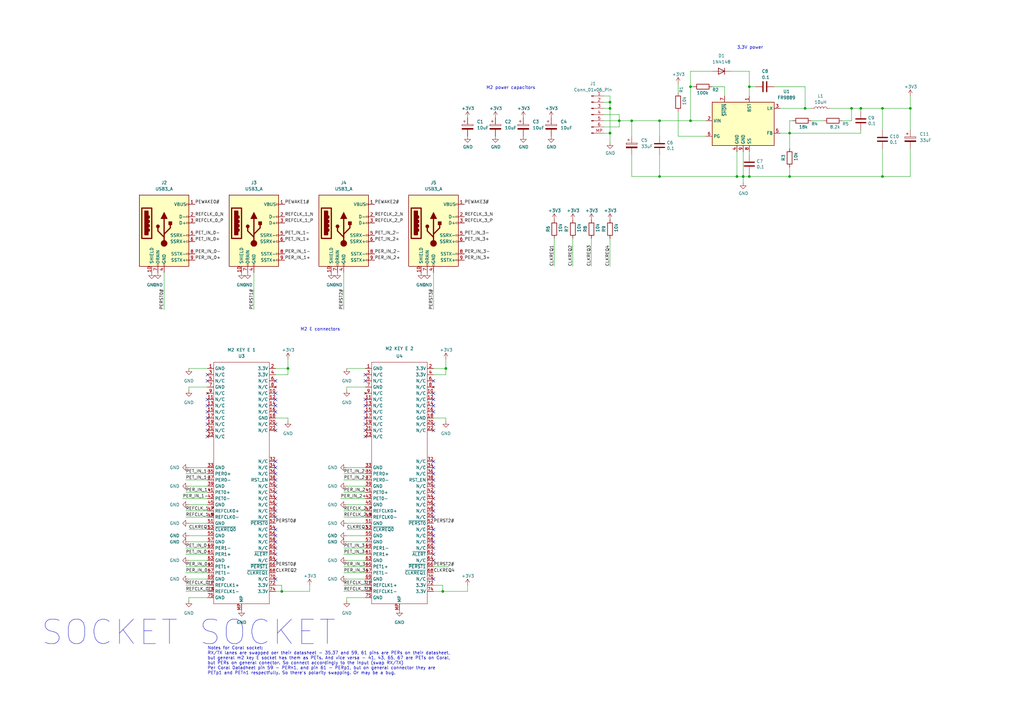
<source format=kicad_sch>
(kicad_sch (version 20230121) (generator eeschema)
  (paper "A3")
  (lib_symbols
    (symbol "Connector:Conn_01x06_Pin" (pin_names (offset 1.016) hide)
      (property "Reference" "J1" (at 0.635 10.16 0))
      (property "Value" "Conn_01x06_Pin" (at 0.635 7.62 0))
      (symbol "Conn_01x06_Pin_1_1"
        (polyline (pts (xy 1.27 -10.16) (xy 0.8636 -10.16)) (stroke (width 0.1524)))
        (polyline (pts (xy 1.27 -7.62) (xy 0.8636 -7.62)) (stroke (width 0.1524)))
        (polyline (pts (xy 1.27 -5.08) (xy 0.8636 -5.08)) (stroke (width 0.1524)))
        (polyline (pts (xy 1.27 -2.54) (xy 0.8636 -2.54)) (stroke (width 0.1524)))
        (polyline (pts (xy 1.27 0) (xy 0.8636 0)) (stroke (width 0.1524)))
        (polyline (pts (xy 1.27 2.54) (xy 0.8636 2.54)) (stroke (width 0.1524)))
        (polyline (pts (xy 1.27 5.08) (xy 0.8636 5.08)) (stroke (width 0.1524)))
        (rectangle (start 0.8636 -10.033) (end 0 -10.287) (stroke (width 0.1524)) (fill (type outline)))
        (rectangle (start 0.8636 -7.493) (end 0 -7.747) (stroke (width 0.1524)) (fill (type outline)))
        (rectangle (start 0.8636 -4.953) (end 0 -5.207) (stroke (width 0.1524)) (fill (type outline)))
        (rectangle (start 0.8636 -2.413) (end 0 -2.667) (stroke (width 0.1524)) (fill (type outline)))
        (rectangle (start 0.8636 0.127) (end 0 -0.127) (stroke (width 0.1524)) (fill (type outline)))
        (rectangle (start 0.8636 2.667) (end 0 2.413) (stroke (width 0.1524)) (fill (type outline)))
        (rectangle (start 0.8636 5.207) (end 0 4.953) (stroke (width 0.1524)) (fill (type outline)))
        (pin passive line (at 5.08 5.08 180) (length 3.81) (name "Pin_1") (number "1"))
        (pin passive line (at 5.08 2.54 180) (length 3.81) (name "Pin_2") (number "2"))
        (pin passive line (at 5.08 0 180) (length 3.81) (name "Pin_3") (number "3"))
        (pin passive line (at 5.08 -2.54 180) (length 3.81) (name "Pin_4") (number "4"))
        (pin passive line (at 5.08 -5.08 180) (length 3.81) (name "Pin_5") (number "5"))
        (pin passive line (at 5.08 -7.62 180) (length 3.81) (name "Pin_6") (number "6"))
        (pin power_in line (at 5.08 -10.16 180) (length 3.81) (name "GND") (number "MP"))
      )
    )
    (symbol "Connector:USB3_A" (pin_names (offset 1.016))
      (property "Reference" "J" (at -10.16 15.24 0))
      (property "Value" "USB3_A" (at 10.16 15.24 0))
      (symbol "USB3_A_0_0"
        (rectangle (start -9.144 8.636) (end -5.08 -3.81) (stroke (width 0.508)))
        (rectangle (start -7.874 7.366) (end -6.604 -2.286) (stroke (width 0.508)) (fill (type outline)))
        (rectangle (start -6.35 0) (end -6.096 -0.762) (stroke (width 0.508)))
        (rectangle (start -6.35 1.778) (end -6.096 1.016) (stroke (width 0.508)))
        (rectangle (start -6.35 3.556) (end -6.096 2.794) (stroke (width 0.508)))
        (rectangle (start -6.35 5.334) (end -6.096 4.572) (stroke (width 0.508)))
        (rectangle (start -2.794 -15.24) (end -2.286 -14.224))
        (rectangle (start -0.254 -15.24) (end 0.254 -14.224))
        (rectangle (start 10.16 -12.446) (end 9.144 -12.954))
        (rectangle (start 10.16 -9.906) (end 9.144 -10.414))
        (rectangle (start 10.16 -4.826) (end 9.144 -5.334))
        (rectangle (start 10.16 -2.286) (end 9.144 -2.794))
        (rectangle (start 10.16 2.794) (end 9.144 2.286))
        (rectangle (start 10.16 5.334) (end 9.144 4.826))
        (rectangle (start 10.16 10.414) (end 9.144 9.906))
      )
      (symbol "USB3_A_0_1"
        (rectangle (start -10.16 13.97) (end 10.16 -15.24) (stroke (width 0.254)) (fill (type background)))
      )
      (symbol "USB3_A_1_1"
        (circle (center -2.54 1.143) (radius 0.635) (stroke (width 0.254)) (fill (type outline)))
        (circle (center 0 -5.842) (radius 1.27) (fill (type outline)))
        (polyline (pts (xy 0 -5.842) (xy 0 4.318)) (stroke (width 0.508)))
        (polyline (pts (xy 0 -3.302) (xy -2.54 -0.762) (xy -2.54 0.508)) (stroke (width 0.508)))
        (polyline (pts (xy 0 -2.032) (xy 2.54 0.508) (xy 2.54 1.778)) (stroke (width 0.508)))
        (polyline (pts (xy -1.27 4.318) (xy 0 6.858) (xy 1.27 4.318) (xy -1.27 4.318)) (stroke (width 0.254)) (fill (type outline)))
        (rectangle (start 1.905 1.778) (end 3.175 3.048) (stroke (width 0.254)) (fill (type outline)))
        (pin power_in line (at 12.7 10.16 180) (length 2.54) (name "VBUS") (number "1"))
        (pin passive line (at -5.08 -17.78 90) (length 2.54) (name "SHIELD") (number "10"))
        (pin bidirectional line (at 12.7 5.08 180) (length 2.54) (name "D-") (number "2"))
        (pin bidirectional line (at 12.7 2.54 180) (length 2.54) (name "D+") (number "3"))
        (pin power_in line (at 0 -17.78 90) (length 2.54) (name "GND") (number "4"))
        (pin output line (at 12.7 -2.54 180) (length 2.54) (name "SSRX-") (number "5"))
        (pin output line (at 12.7 -5.08 180) (length 2.54) (name "SSRX+") (number "6"))
        (pin passive line (at -2.54 -17.78 90) (length 2.54) (name "DRAIN") (number "7"))
        (pin input line (at 12.7 -10.16 180) (length 2.54) (name "SSTX-") (number "8"))
        (pin input line (at 12.7 -12.7 180) (length 2.54) (name "SSTX+") (number "9"))
      )
    )
    (symbol "Device:C" (pin_numbers hide) (pin_names (offset 0.254))
      (property "Reference" "C" (at 0.635 2.54 0))
      (property "Value" "C" (at 0.635 -2.54 0))
      (symbol "C_0_1"
        (polyline (pts (xy -2.032 -0.762) (xy 2.032 -0.762)) (stroke (width 0.508)))
        (polyline (pts (xy -2.032 0.762) (xy 2.032 0.762)) (stroke (width 0.508)))
      )
      (symbol "C_1_1"
        (pin passive line (at 0 3.81 270) (length 2.794) (name "~") (number "1"))
        (pin passive line (at 0 -3.81 90) (length 2.794) (name "~") (number "2"))
      )
    )
    (symbol "Device:C_Polarized" (pin_numbers hide) (pin_names (offset 0.254))
      (property "Reference" "C" (at 0.635 2.54 0))
      (property "Value" "C_Polarized" (at 0.635 -2.54 0))
      (symbol "C_Polarized_0_1"
        (rectangle (start -2.286 0.508) (end 2.286 1.016))
        (polyline (pts (xy -1.778 2.286) (xy -0.762 2.286)))
        (polyline (pts (xy -1.27 2.794) (xy -1.27 1.778)))
        (rectangle (start 2.286 -0.508) (end -2.286 -1.016) (fill (type outline)))
      )
      (symbol "C_Polarized_1_1"
        (pin passive line (at 0 3.81 270) (length 2.794) (name "~") (number "1"))
        (pin passive line (at 0 -3.81 90) (length 2.794) (name "~") (number "2"))
      )
    )
    (symbol "Device:L" (pin_numbers hide) (pin_names (offset 1.016) hide)
      (property "Reference" "L" (at -1.27 0 90))
      (property "Value" "L" (at 1.905 0 90))
      (symbol "L_0_1"
        (arc (start 0 -2.54) (mid 0.6323 -1.905) (end 0 -1.27))
        (arc (start 0 -1.27) (mid 0.6323 -0.635) (end 0 0))
        (arc (start 0 0) (mid 0.6323 0.635) (end 0 1.27))
        (arc (start 0 1.27) (mid 0.6323 1.905) (end 0 2.54))
      )
      (symbol "L_1_1"
        (pin passive line (at 0 3.81 270) (length 1.27) (name "1") (number "1"))
        (pin passive line (at 0 -3.81 90) (length 1.27) (name "2") (number "2"))
      )
    )
    (symbol "Device:R" (pin_numbers hide) (pin_names (offset 0))
      (property "Reference" "R" (at 2.032 0 90))
      (property "Value" "R" (at 0 0 90))
      (symbol "R_0_1"
        (rectangle (start -1.016 -2.54) (end 1.016 2.54) (stroke (width 0.254)))
      )
      (symbol "R_1_1"
        (pin passive line (at 0 3.81 270) (length 1.27) (name "~") (number "1"))
        (pin passive line (at 0 -3.81 90) (length 1.27) (name "~") (number "2"))
      )
    )
    (symbol "Diode:1N4148" (pin_numbers hide) (pin_names hide)
      (property "Reference" "D" (at 0 2.54 0))
      (property "Value" "1N4148" (at 0 -2.54 0))
      (symbol "1N4148_0_1"
        (polyline (pts (xy -1.27 1.27) (xy -1.27 -1.27)) (stroke (width 0.254)))
        (polyline (pts (xy 1.27 0) (xy -1.27 0)))
        (polyline (pts (xy 1.27 1.27) (xy 1.27 -1.27) (xy -1.27 0) (xy 1.27 1.27)) (stroke (width 0.254)))
      )
      (symbol "1N4148_1_1"
        (pin passive line (at -3.81 0 0) (length 2.54) (name "K") (number "1"))
        (pin passive line (at 3.81 0 180) (length 2.54) (name "A") (number "2"))
      )
    )
    (symbol "ngff:NGFF_E_CUSTOM"
      (property "Reference" "U" (at -6.35 100.33 0))
      (symbol "NGFF_E_CUSTOM_0_1"
        (rectangle (start -11.43 99.06) (end 11.43 0))
      )
      (symbol "NGFF_E_CUSTOM_1_1"
        (pin input line (at -13.97 96.52 0) (length 2.54) (name "GND") (number "1"))
        (pin input line (at 13.97 86.36 180) (length 2.54) (name "N/C") (number "10"))
        (pin input line (at -13.97 83.82 0) (length 2.54) (name "N/C") (number "11"))
        (pin input line (at 13.97 83.82 180) (length 2.54) (name "N/C") (number "12"))
        (pin input line (at -13.97 81.28 0) (length 2.54) (name "N/C") (number "13"))
        (pin input line (at 13.97 81.28 180) (length 2.54) (name "N/C") (number "14"))
        (pin input line (at -13.97 78.74 0) (length 2.54) (name "N/C") (number "15"))
        (pin input line (at 13.97 78.74 180) (length 2.54) (name "N/C") (number "16"))
        (pin input line (at -13.97 76.2 0) (length 2.54) (name "N/C") (number "17"))
        (pin input line (at 13.97 76.2 180) (length 2.54) (name "GND") (number "18"))
        (pin input line (at -13.97 73.66 0) (length 2.54) (name "N/C") (number "19"))
        (pin input line (at 13.97 96.52 180) (length 2.54) (name "3.3V") (number "2"))
        (pin input line (at 13.97 73.66 180) (length 2.54) (name "N/C") (number "20"))
        (pin input line (at -13.97 71.12 0) (length 2.54) (name "N/C") (number "21"))
        (pin input line (at 13.97 71.12 180) (length 2.54) (name "N/C") (number "22"))
        (pin input line (at -13.97 68.58 0) (length 2.54) (name "N/C") (number "23"))
        (pin input line (at -13.97 93.98 0) (length 2.54) (name "N/C") (number "3"))
        (pin input line (at 13.97 58.42 180) (length 2.54) (name "N/C") (number "32"))
        (pin input line (at -13.97 55.88 0) (length 2.54) (name "GND") (number "33"))
        (pin input line (at 13.97 55.88 180) (length 2.54) (name "N/C") (number "34"))
        (pin input line (at -13.97 53.34 0) (length 2.54) (name "PER0+") (number "35"))
        (pin input line (at 13.97 53.34 180) (length 2.54) (name "N/C") (number "36"))
        (pin input line (at -13.97 50.8 0) (length 2.54) (name "PER0-") (number "37"))
        (pin input line (at 13.97 50.8 180) (length 2.54) (name "RST_EN") (number "38"))
        (pin input line (at -13.97 48.26 0) (length 2.54) (name "GND") (number "39"))
        (pin input line (at 13.97 93.98 180) (length 2.54) (name "3.3V") (number "4"))
        (pin input line (at 13.97 48.26 180) (length 2.54) (name "N/C") (number "40"))
        (pin input line (at -13.97 45.72 0) (length 2.54) (name "PET0+") (number "41"))
        (pin input line (at 13.97 45.72 180) (length 2.54) (name "N/C") (number "42"))
        (pin input line (at -13.97 43.18 0) (length 2.54) (name "PET0-") (number "43"))
        (pin input line (at 13.97 43.18 180) (length 2.54) (name "N/C") (number "44"))
        (pin input line (at -13.97 40.64 0) (length 2.54) (name "GND") (number "45"))
        (pin input line (at 13.97 40.64 180) (length 2.54) (name "N/C") (number "46"))
        (pin input line (at -13.97 38.1 0) (length 2.54) (name "REFCLK0+") (number "47"))
        (pin input line (at 13.97 38.1 180) (length 2.54) (name "N/C") (number "48"))
        (pin input line (at -13.97 35.56 0) (length 2.54) (name "REFCLK0-") (number "49"))
        (pin input line (at -13.97 91.44 0) (length 2.54) (name "N/C") (number "5"))
        (pin input line (at 13.97 35.56 180) (length 2.54) (name "N/C") (number "50"))
        (pin input line (at -13.97 33.02 0) (length 2.54) (name "GND") (number "51"))
        (pin input line (at 13.97 33.02 180) (length 2.54) (name "~{PERST0}") (number "52"))
        (pin input line (at -13.97 30.48 0) (length 2.54) (name "~{CLKREQ0}") (number "53"))
        (pin input line (at 13.97 30.48 180) (length 2.54) (name "N/C") (number "54"))
        (pin input line (at -13.97 27.94 0) (length 2.54) (name "GND") (number "55"))
        (pin input line (at 13.97 27.94 180) (length 2.54) (name "N/C") (number "56"))
        (pin input line (at -13.97 25.4 0) (length 2.54) (name "GND") (number "57"))
        (pin input line (at 13.97 25.4 180) (length 2.54) (name "N/C") (number "58"))
        (pin input line (at -13.97 22.86 0) (length 2.54) (name "PER1-") (number "59"))
        (pin input line (at 13.97 91.44 180) (length 2.54) (name "N/C") (number "6"))
        (pin input line (at 13.97 22.86 180) (length 2.54) (name "N/C") (number "60"))
        (pin input line (at -13.97 20.32 0) (length 2.54) (name "PER1+") (number "61"))
        (pin input line (at 13.97 20.32 180) (length 2.54) (name "~{ALERT}") (number "62"))
        (pin input line (at -13.97 17.78 0) (length 2.54) (name "GND") (number "63"))
        (pin input line (at 13.97 17.78 180) (length 2.54) (name "N/C") (number "64"))
        (pin input line (at -13.97 15.24 0) (length 2.54) (name "PET1+") (number "65"))
        (pin input line (at 13.97 15.24 180) (length 2.54) (name "~{PERST1}") (number "66"))
        (pin input line (at -13.97 12.7 0) (length 2.54) (name "PET1-") (number "67"))
        (pin input line (at 13.97 12.7 180) (length 2.54) (name "~{CLKREQ1}") (number "68"))
        (pin input line (at -13.97 10.16 0) (length 2.54) (name "GND") (number "69"))
        (pin input line (at -13.97 88.9 0) (length 2.54) (name "GND") (number "7"))
        (pin input line (at 13.97 10.16 180) (length 2.54) (name "N/C") (number "70"))
        (pin input line (at -13.97 7.62 0) (length 2.54) (name "REFCLK1+") (number "71"))
        (pin input line (at 13.97 7.62 180) (length 2.54) (name "3.3V") (number "72"))
        (pin input line (at -13.97 5.08 0) (length 2.54) (name "REFCLK1-") (number "73"))
        (pin input line (at 13.97 5.08 180) (length 2.54) (name "3.3V") (number "74"))
        (pin input line (at -13.97 2.54 0) (length 2.54) (name "GND") (number "75"))
        (pin no_connect line (at 13.97 88.9 180) (length 2.54) (name "N/C") (number "8"))
        (pin no_connect line (at -13.97 86.36 0) (length 2.54) (name "N/C") (number "9"))
        (pin input line (at 0 -2.54 90) (length 2.54) (name "MP") (number "MP"))
      )
    )
    (symbol "nvme_ae_to_m-rescue:+3.3V-power" (power) (pin_names (offset 0))
      (property "Value" "+3.3V-power" (at 0 3.556 0))
      (symbol "+3.3V-power_0_1"
        (polyline (pts (xy -0.762 1.27) (xy 0 2.54)))
        (polyline (pts (xy 0 0) (xy 0 2.54)))
        (polyline (pts (xy 0 2.54) (xy 0.762 1.27)))
      )
      (symbol "+3.3V-power_1_1"
        (pin power_in line (at 0 0 90) (length 0) hide (name "+3V3") (number "1"))
      )
    )
    (symbol "power:GND" (power) (pin_names (offset 0))
      (property "Value" "GND" (at 0 -3.81 0))
      (symbol "GND_0_1"
        (polyline (pts (xy 0 0) (xy 0 -1.27) (xy 1.27 -1.27) (xy 0 -2.54) (xy -1.27 -1.27) (xy 0 -1.27)))
      )
      (symbol "GND_1_1"
        (pin power_in line (at 0 0 270) (length 0) hide (name "GND") (number "1"))
      )
    )
    (symbol "user_lib:FR9889"
      (property "Reference" "U1" (at 17.78 12.0081 0))
      (property "Value" "FR9889" (at 17.78 9.4681 0))
      (symbol "FR9889_0_1"
        (rectangle (start -12.7 7.62) (end 12.7 -10.16) (stroke (width 0.254)) (fill (type background)))
      )
      (symbol "FR9889_1_1"
        (pin power_in line (at 2.54 10.16 270) (length 2.54) (name "BST") (number "1"))
        (pin power_in line (at -15.24 0 0) (length 2.54) (name "VIN") (number "2"))
        (pin input line (at 15.24 5.08 180) (length 2.54) (name "LX") (number "3"))
        (pin power_in line (at -2.54 -12.7 90) (length 2.54) (name "GND") (number "4"))
        (pin input line (at 15.24 -5.08 180) (length 2.54) (name "FB") (number "5"))
        (pin power_in line (at -15.24 -6.35 0) (length 2.54) (name "PG") (number "6"))
        (pin input line (at -7.62 10.16 270) (length 2.54) (name "~{SHDN}") (number "7"))
        (pin power_in line (at 2.54 -12.7 90) (length 2.54) (name "SS") (number "8"))
        (pin power_in line (at 0 -12.7 90) (length 2.54) (name "GND") (number "9"))
      )
    )
  )
  (junction (at 181.61 242.57))
  (junction (at 330.2 44.45))
  (junction (at 250.19 44.45))
  (junction (at 349.25 44.45))
  (junction (at 118.11 151.13))
  (junction (at 302.26 72.39))
  (junction (at 250.19 41.91))
  (junction (at 361.95 72.39))
  (junction (at 182.88 151.13))
  (junction (at 304.8 72.39))
  (junction (at 361.95 44.45))
  (junction (at 353.06 44.45))
  (junction (at 250.19 54.61))
  (junction (at 270.51 49.53))
  (junction (at 307.34 35.56))
  (junction (at 323.85 72.39))
  (junction (at 259.08 49.53))
  (junction (at 115.57 242.57))
  (junction (at 283.21 49.53))
  (junction (at 373.38 44.45))
  (junction (at 270.51 72.39))
  (junction (at 254 49.53))
  (junction (at 323.85 54.61))
  (junction (at 307.34 72.39))
  (junction (at 283.21 35.56))
  (no_connect (at 113.03 176.53))
  (no_connect (at 113.03 201.93))
  (no_connect (at 177.8 166.37))
  (no_connect (at 177.8 204.47))
  (no_connect (at 177.8 212.09))
  (no_connect (at 113.03 212.09))
  (no_connect (at 113.03 207.01))
  (no_connect (at 113.03 224.79))
  (no_connect (at 113.03 219.71))
  (no_connect (at 149.86 153.67))
  (no_connect (at 85.09 163.83))
  (no_connect (at 149.86 156.21))
  (no_connect (at 113.03 196.85))
  (no_connect (at 113.03 217.17))
  (no_connect (at 113.03 194.31))
  (no_connect (at 113.03 227.33))
  (no_connect (at 177.8 209.55))
  (no_connect (at 149.86 176.53))
  (no_connect (at 177.8 189.23))
  (no_connect (at 113.03 229.87))
  (no_connect (at 177.8 176.53))
  (no_connect (at 177.8 217.17))
  (no_connect (at 177.8 229.87))
  (no_connect (at 149.86 173.99))
  (no_connect (at 149.86 163.83))
  (no_connect (at 113.03 173.99))
  (no_connect (at 177.8 168.91))
  (no_connect (at 149.86 171.45))
  (no_connect (at 113.03 189.23))
  (no_connect (at 177.8 224.79))
  (no_connect (at 177.8 161.29))
  (no_connect (at 113.03 204.47))
  (no_connect (at 177.8 207.01))
  (no_connect (at 113.03 163.83))
  (no_connect (at 113.03 166.37))
  (no_connect (at 177.8 219.71))
  (no_connect (at 177.8 227.33))
  (no_connect (at 113.03 222.25))
  (no_connect (at 177.8 191.77))
  (no_connect (at 113.03 237.49))
  (no_connect (at 177.8 173.99))
  (no_connect (at 113.03 191.77))
  (no_connect (at 177.8 237.49))
  (no_connect (at 85.09 171.45))
  (no_connect (at 113.03 156.21))
  (no_connect (at 85.09 168.91))
  (no_connect (at 149.86 168.91))
  (no_connect (at 113.03 161.29))
  (no_connect (at 177.8 199.39))
  (no_connect (at 149.86 166.37))
  (no_connect (at 85.09 153.67))
  (no_connect (at 85.09 176.53))
  (no_connect (at 177.8 196.85))
  (no_connect (at 177.8 222.25))
  (no_connect (at 85.09 166.37))
  (no_connect (at 85.09 173.99))
  (no_connect (at 113.03 199.39))
  (no_connect (at 177.8 194.31))
  (no_connect (at 149.86 179.07))
  (no_connect (at 177.8 156.21))
  (no_connect (at 85.09 179.07))
  (no_connect (at 113.03 168.91))
  (no_connect (at 177.8 163.83))
  (no_connect (at 113.03 209.55))
  (no_connect (at 177.8 201.93))
  (no_connect (at 85.09 156.21))
  (wire (pts (xy 283.21 35.56) (xy 283.21 29.21)))
  (wire (pts (xy 250.19 97.79) (xy 250.19 109.22)))
  (wire (pts (xy 77.47 199.39) (xy 85.09 199.39)))
  (wire (pts (xy 259.08 63.5) (xy 259.08 72.39)))
  (wire (pts (xy 77.47 191.77) (xy 85.09 191.77)))
  (wire (pts (xy 77.47 158.75) (xy 85.09 158.75)))
  (wire (pts (xy 250.19 54.61) (xy 250.19 58.42)))
  (wire (pts (xy 77.47 217.17) (xy 85.09 217.17)))
  (wire (pts (xy 77.47 151.13) (xy 85.09 151.13)))
  (wire (pts (xy 76.2 232.41) (xy 85.09 232.41)))
  (wire (pts (xy 323.85 49.53) (xy 323.85 54.61)))
  (wire (pts (xy 259.08 49.53) (xy 270.51 49.53)))
  (wire (pts (xy 142.24 191.77) (xy 149.86 191.77)))
  (wire (pts (xy 345.44 49.53) (xy 349.25 49.53)))
  (wire (pts (xy 140.97 232.41) (xy 149.86 232.41)))
  (wire (pts (xy 140.97 234.95) (xy 149.86 234.95)))
  (wire (pts (xy 77.47 246.38) (xy 77.47 245.11)))
  (wire (pts (xy 113.03 153.67) (xy 118.11 153.67)))
  (wire (pts (xy 349.25 44.45) (xy 353.06 44.45)))
  (wire (pts (xy 270.51 63.5) (xy 270.51 72.39)))
  (wire (pts (xy 140.97 212.09) (xy 149.86 212.09)))
  (wire (pts (xy 307.34 39.37) (xy 307.34 35.56)))
  (wire (pts (xy 77.47 237.49) (xy 85.09 237.49)))
  (wire (pts (xy 177.8 151.13) (xy 182.88 151.13)))
  (wire (pts (xy 283.21 29.21) (xy 292.1 29.21)))
  (wire (pts (xy 361.95 44.45) (xy 373.38 44.45)))
  (wire (pts (xy 142.24 160.02) (xy 142.24 158.75)))
  (wire (pts (xy 115.57 242.57) (xy 127 242.57)))
  (wire (pts (xy 76.2 227.33) (xy 85.09 227.33)))
  (wire (pts (xy 76.2 242.57) (xy 85.09 242.57)))
  (wire (pts (xy 177.8 171.45) (xy 182.88 171.45)))
  (wire (pts (xy 140.97 209.55) (xy 149.86 209.55)))
  (wire (pts (xy 118.11 153.67) (xy 118.11 151.13)))
  (wire (pts (xy 76.2 240.03) (xy 85.09 240.03)))
  (wire (pts (xy 76.2 201.93) (xy 85.09 201.93)))
  (wire (pts (xy 323.85 54.61) (xy 353.06 54.61)))
  (wire (pts (xy 142.24 219.71) (xy 149.86 219.71)))
  (wire (pts (xy 140.97 127) (xy 140.97 111.76)))
  (wire (pts (xy 254 49.53) (xy 254 46.99)))
  (wire (pts (xy 307.34 71.12) (xy 307.34 72.39)))
  (wire (pts (xy 113.03 240.03) (xy 115.57 240.03)))
  (wire (pts (xy 113.03 151.13) (xy 118.11 151.13)))
  (wire (pts (xy 332.74 49.53) (xy 337.82 49.53)))
  (wire (pts (xy 177.8 127) (xy 177.8 111.76)))
  (wire (pts (xy 250.19 44.45) (xy 250.19 54.61)))
  (wire (pts (xy 76.2 234.95) (xy 85.09 234.95)))
  (wire (pts (xy 182.88 151.13) (xy 182.88 147.32)))
  (wire (pts (xy 323.85 54.61) (xy 323.85 60.96)))
  (wire (pts (xy 349.25 49.53) (xy 349.25 44.45)))
  (wire (pts (xy 247.65 49.53) (xy 254 49.53)))
  (wire (pts (xy 361.95 44.45) (xy 361.95 53.34)))
  (wire (pts (xy 140.97 194.31) (xy 149.86 194.31)))
  (wire (pts (xy 373.38 72.39) (xy 361.95 72.39)))
  (wire (pts (xy 373.38 60.96) (xy 373.38 72.39)))
  (wire (pts (xy 140.97 224.79) (xy 149.86 224.79)))
  (wire (pts (xy 140.97 227.33) (xy 149.86 227.33)))
  (wire (pts (xy 323.85 68.58) (xy 323.85 72.39)))
  (wire (pts (xy 278.13 45.72) (xy 278.13 55.88)))
  (wire (pts (xy 115.57 240.03) (xy 115.57 242.57)))
  (wire (pts (xy 361.95 72.39) (xy 323.85 72.39)))
  (wire (pts (xy 340.36 44.45) (xy 349.25 44.45)))
  (wire (pts (xy 77.47 207.01) (xy 85.09 207.01)))
  (wire (pts (xy 142.24 207.01) (xy 149.86 207.01)))
  (wire (pts (xy 140.97 201.93) (xy 149.86 201.93)))
  (wire (pts (xy 304.8 72.39) (xy 304.8 74.93)))
  (wire (pts (xy 373.38 39.37) (xy 373.38 44.45)))
  (wire (pts (xy 361.95 60.96) (xy 361.95 72.39)))
  (wire (pts (xy 317.5 35.56) (xy 330.2 35.56)))
  (wire (pts (xy 113.03 242.57) (xy 115.57 242.57)))
  (wire (pts (xy 307.34 72.39) (xy 304.8 72.39)))
  (wire (pts (xy 142.24 229.87) (xy 149.86 229.87)))
  (wire (pts (xy 139.7 204.47) (xy 149.86 204.47)))
  (wire (pts (xy 353.06 44.45) (xy 361.95 44.45)))
  (wire (pts (xy 118.11 151.13) (xy 118.11 147.32)))
  (wire (pts (xy 259.08 55.88) (xy 259.08 49.53)))
  (wire (pts (xy 307.34 35.56) (xy 309.88 35.56)))
  (wire (pts (xy 142.24 158.75) (xy 149.86 158.75)))
  (wire (pts (xy 142.24 222.25) (xy 149.86 222.25)))
  (wire (pts (xy 242.57 97.79) (xy 242.57 109.22)))
  (wire (pts (xy 247.65 52.07) (xy 254 52.07)))
  (wire (pts (xy 299.72 29.21) (xy 307.34 29.21)))
  (wire (pts (xy 76.2 224.79) (xy 85.09 224.79)))
  (wire (pts (xy 67.31 127) (xy 67.31 111.76)))
  (wire (pts (xy 234.95 97.79) (xy 234.95 109.22)))
  (wire (pts (xy 330.2 44.45) (xy 320.04 44.45)))
  (wire (pts (xy 184.15 232.41) (xy 177.8 232.41)))
  (wire (pts (xy 304.8 72.39) (xy 304.8 62.23)))
  (wire (pts (xy 77.47 229.87) (xy 85.09 229.87)))
  (wire (pts (xy 307.34 29.21) (xy 307.34 35.56)))
  (wire (pts (xy 77.47 245.11) (xy 85.09 245.11)))
  (wire (pts (xy 330.2 44.45) (xy 332.74 44.45)))
  (wire (pts (xy 142.24 214.63) (xy 149.86 214.63)))
  (wire (pts (xy 142.24 237.49) (xy 149.86 237.49)))
  (wire (pts (xy 142.24 199.39) (xy 149.86 199.39)))
  (wire (pts (xy 142.24 151.13) (xy 149.86 151.13)))
  (wire (pts (xy 76.2 196.85) (xy 85.09 196.85)))
  (wire (pts (xy 259.08 72.39) (xy 270.51 72.39)))
  (wire (pts (xy 292.1 35.56) (xy 297.18 35.56)))
  (wire (pts (xy 270.51 72.39) (xy 302.26 72.39)))
  (wire (pts (xy 227.33 97.79) (xy 227.33 109.22)))
  (wire (pts (xy 247.65 41.91) (xy 250.19 41.91)))
  (wire (pts (xy 320.04 54.61) (xy 323.85 54.61)))
  (wire (pts (xy 140.97 242.57) (xy 149.86 242.57)))
  (wire (pts (xy 353.06 44.45) (xy 353.06 45.72)))
  (wire (pts (xy 284.48 35.56) (xy 283.21 35.56)))
  (wire (pts (xy 177.8 153.67) (xy 182.88 153.67)))
  (wire (pts (xy 113.03 171.45) (xy 118.11 171.45)))
  (wire (pts (xy 302.26 72.39) (xy 304.8 72.39)))
  (wire (pts (xy 254 52.07) (xy 254 49.53)))
  (wire (pts (xy 182.88 171.45) (xy 182.88 172.72)))
  (wire (pts (xy 270.51 49.53) (xy 283.21 49.53)))
  (wire (pts (xy 142.24 245.11) (xy 149.86 245.11)))
  (wire (pts (xy 323.85 72.39) (xy 307.34 72.39)))
  (wire (pts (xy 373.38 44.45) (xy 373.38 53.34)))
  (wire (pts (xy 250.19 39.37) (xy 250.19 41.91)))
  (wire (pts (xy 181.61 242.57) (xy 191.77 242.57)))
  (wire (pts (xy 302.26 62.23) (xy 302.26 72.39)))
  (wire (pts (xy 182.88 153.67) (xy 182.88 151.13)))
  (wire (pts (xy 270.51 55.88) (xy 270.51 49.53)))
  (wire (pts (xy 140.97 196.85) (xy 149.86 196.85)))
  (wire (pts (xy 283.21 35.56) (xy 283.21 49.53)))
  (wire (pts (xy 297.18 35.56) (xy 297.18 39.37)))
  (wire (pts (xy 76.2 209.55) (xy 85.09 209.55)))
  (wire (pts (xy 142.24 246.38) (xy 142.24 245.11)))
  (wire (pts (xy 76.2 212.09) (xy 85.09 212.09)))
  (wire (pts (xy 127 242.57) (xy 127 240.03)))
  (wire (pts (xy 254 49.53) (xy 259.08 49.53)))
  (wire (pts (xy 283.21 49.53) (xy 289.56 49.53)))
  (wire (pts (xy 142.24 217.17) (xy 149.86 217.17)))
  (wire (pts (xy 140.97 240.03) (xy 149.86 240.03)))
  (wire (pts (xy 325.12 49.53) (xy 323.85 49.53)))
  (wire (pts (xy 77.47 160.02) (xy 77.47 158.75)))
  (wire (pts (xy 77.47 219.71) (xy 85.09 219.71)))
  (wire (pts (xy 76.2 194.31) (xy 85.09 194.31)))
  (wire (pts (xy 278.13 55.88) (xy 289.56 55.88)))
  (wire (pts (xy 77.47 222.25) (xy 85.09 222.25)))
  (wire (pts (xy 247.65 54.61) (xy 250.19 54.61)))
  (wire (pts (xy 247.65 44.45) (xy 250.19 44.45)))
  (wire (pts (xy 177.8 242.57) (xy 181.61 242.57)))
  (wire (pts (xy 247.65 39.37) (xy 250.19 39.37)))
  (wire (pts (xy 307.34 62.23) (xy 307.34 63.5)))
  (wire (pts (xy 177.8 240.03) (xy 181.61 240.03)))
  (wire (pts (xy 191.77 242.57) (xy 191.77 240.03)))
  (wire (pts (xy 77.47 214.63) (xy 85.09 214.63)))
  (wire (pts (xy 353.06 54.61) (xy 353.06 53.34)))
  (wire (pts (xy 181.61 240.03) (xy 181.61 242.57)))
  (wire (pts (xy 247.65 46.99) (xy 254 46.99)))
  (wire (pts (xy 278.13 34.29) (xy 278.13 38.1)))
  (wire (pts (xy 74.93 204.47) (xy 85.09 204.47)))
  (wire (pts (xy 250.19 41.91) (xy 250.19 44.45)))
  (wire (pts (xy 330.2 35.56) (xy 330.2 44.45)))
  (wire (pts (xy 104.14 127) (xy 104.14 111.76)))
  (wire (pts (xy 118.11 171.45) (xy 118.11 172.72)))
  (text "Notes for Coral socket:\nRX/TX lanes are swapped oer their datasheet - 35,37 and 59, 61 pins are PERs on their datasheet,\nbut general m2 key E socket has them as PETs. And vice versa - 41, 43, 65, 67 are PETs on Coral,\nbut PERs on general conector. So connect accordingly to the input (swap RX/TX)\nPer Coral Datadheet pin 59 - PERn1, and pin 61 - PERp1, but on general connector they are\nPETp1 and PETn1 respectfully. So there's polarity swapping. Or may be a bug.\n" (at 85.09 276.86 0) (effects (font (size 1.27 1.27)) (justify left bottom)))
  (text "SOCKET" (at 81.28 265.43 0) (effects (font (size 10.0076 10.0076)) (justify left bottom)))
  (text "3.3V power" (at 302.26 20.32 0) (effects (font (size 1.27 1.27)) (justify left bottom)))
  (text "M2 E connectors" (at 123.19 135.89 0) (effects (font (size 1.27 1.27)) (justify left bottom)))
  (text "M2 power capacitors" (at 199.39 36.83 0) (effects (font (size 1.27 1.27)) (justify left bottom)))
  (text "SOCKET" (at 16.51 265.43 0) (effects (font (size 10.0076 10.0076)) (justify left bottom)))
  (label "PER_IN_2-" (at 153.67 104.14 0))
  (label "PET_IN_1-" (at 116.84 96.52 0))
  (label "PET_IN_3-" (at 190.5 96.52 0))
  (label "PER_IN_3+" (at 140.97 234.95 0))
  (label "PEWAKE3#" (at 190.5 83.82 0))
  (label "PER_IN_2+" (at 139.7 204.47 0))
  (label "REFCLK_3_N" (at 190.5 88.9 0))
  (label "REFCLK_2_P" (at 153.67 91.44 0))
  (label "REFCLK_1_P" (at 76.2 209.55 0))
  (label "REFCLK_2_N" (at 140.97 212.09 0))
  (label "PET_IN_1+" (at 116.84 99.06 0))
  (label "CLKREQ3" (at 142.24 217.17 0))
  (label "CLKREQ1" (at 227.33 109.22 90))
  (label "CLKREQ2" (at 113.03 234.95 0))
  (label "CLKREQ4" (at 177.8 234.95 0))
  (label "PEWAKE1#" (at 116.84 83.82 0))
  (label "PET_IN_2+" (at 140.97 196.85 0))
  (label "REFCLK_1_N" (at 76.2 212.09 0))
  (label "PER_IN_1+" (at 116.84 106.68 0))
  (label "REFCLK_0_N" (at 76.2 242.57 0))
  (label "PET_IN_0+" (at 76.2 224.79 0))
  (label "CLKREQ1" (at 77.47 217.17 0))
  (label "PET_IN_1-" (at 76.2 194.31 0))
  (label "PET_IN_0-" (at 76.2 227.33 0))
  (label "PEWAKE0#" (at 80.01 83.82 0))
  (label "PERST0#" (at 67.31 127 90))
  (label "PER_IN_3-" (at 190.5 104.14 0))
  (label "PER_IN_0+" (at 80.01 106.68 0))
  (label "PERST3#" (at 177.8 127 90))
  (label "PERST0#" (at 113.03 214.63 0))
  (label "CLKREQ4" (at 250.19 109.22 90))
  (label "REFCLK_1_P" (at 116.84 91.44 0))
  (label "PERST2#" (at 140.97 127 90))
  (label "PER_IN_0-" (at 80.01 104.14 0))
  (label "PER_IN_2+" (at 153.67 106.68 0))
  (label "PER_IN_1+" (at 76.2 201.93 0))
  (label "PEWAKE2#" (at 153.67 83.82 0))
  (label "REFCLK_0_P" (at 80.01 91.44 0))
  (label "PERST1#" (at 104.14 127 90))
  (label "REFCLK_3_P" (at 140.97 240.03 0))
  (label "PER_IN_2-" (at 140.97 201.93 0))
  (label "PER_IN_3-" (at 140.97 232.41 0))
  (label "PER_IN_0-" (at 76.2 234.95 0))
  (label "PET_IN_2-" (at 140.97 194.31 0))
  (label "PER_IN_1-" (at 74.93 204.47 0))
  (label "CLKREQ3" (at 242.57 109.22 90))
  (label "REFCLK_1_N" (at 116.84 88.9 0))
  (label "REFCLK_0_N" (at 80.01 88.9 0))
  (label "REFCLK_2_N" (at 153.67 88.9 0))
  (label "PER_IN_3+" (at 190.5 106.68 0))
  (label "REFCLK_2_P" (at 140.97 209.55 0))
  (label "PET_IN_2-" (at 153.67 96.52 0))
  (label "PERST2#" (at 177.8 232.41 0))
  (label "PET_IN_0-" (at 80.01 96.52 0))
  (label "PET_IN_3+" (at 140.97 224.79 0))
  (label "PET_IN_1+" (at 76.2 196.85 0))
  (label "REFCLK_0_P" (at 76.2 240.03 0))
  (label "PET_IN_3-" (at 140.97 227.33 0))
  (label "REFCLK_3_P" (at 190.5 91.44 0))
  (label "CLKREQ2" (at 234.95 109.22 90))
  (label "PET_IN_0+" (at 80.01 99.06 0))
  (label "PER_IN_1-" (at 116.84 104.14 0))
  (label "PET_IN_2+" (at 153.67 99.06 0))
  (label "REFCLK_3_N" (at 140.97 242.57 0))
  (label "PERST0#" (at 113.03 232.41 0))
  (label "PERST2#" (at 177.8 214.63 0))
  (label "PET_IN_3+" (at 190.5 99.06 0))
  (label "PER_IN_0+" (at 76.2 232.41 0))
  (symbol (lib_id "Device:C") (at 313.69 35.56 90) (unit 1)
    (property "Reference" "C8" (at 312.42 29.21 90) (effects (justify right)))
    (property "Value" "0.1" (at 312.42 31.75 90) (effects (justify right)))
    (property "Footprint" "Capacitor_SMD:C_1206_3216Metric_Pad1.33x1.80mm_HandSolder" (effects hide))
    (property "Sim.Device" "C" (effects hide))
    (property "Sim.Pins" "1=+ 2=-" (effects hide))
  )
  (symbol (lib_id "power:GND") (at 304.8 74.93 0) (unit 1)
    (property "Reference" "#PWR046" (effects hide))
    (property "Value" "GND" (at 304.927 79.3242 0))
  )
  (symbol (lib_id "power:GND") (at 77.47 191.77 270) (mirror x) (unit 1)
    (property "Reference" "#PWR03" (effects hide))
    (property "Value" "GND" (at 73.66 191.77 90) (effects (justify right)))
  )
  (symbol (lib_id "nvme_ae_to_m-rescue:+3.3V-power") (at 250.19 90.17 0) (unit 1)
    (property "Reference" "#PWR058" (effects hide))
    (property "Value" "+3.3V" (at 247.65 86.36 0) (effects (justify left)))
  )
  (symbol (lib_id "power:GND") (at 191.77 55.88 0) (unit 1)
    (property "Reference" "#PWR035" (effects hide))
    (property "Value" "GND" (at 191.897 60.2742 0))
  )
  (symbol (lib_id "power:GND") (at 77.47 219.71 270) (mirror x) (unit 1)
    (property "Reference" "#PWR08" (effects hide))
    (property "Value" "GND" (at 73.66 219.71 90) (effects (justify right)))
  )
  (symbol (lib_id "Device:R") (at 242.57 93.98 0) (unit 1)
    (property "Reference" "R8" (at 240.03 95.25 90) (effects (justify left)))
    (property "Value" "10k" (at 245.11 95.25 90) (effects (justify left)))
    (property "Footprint" "Resistor_SMD:R_1206_3216Metric_Pad1.30x1.75mm_HandSolder" (effects hide))
  )
  (symbol (lib_id "power:GND") (at 226.06 55.88 0) (unit 1)
    (property "Reference" "#PWR042" (effects hide))
    (property "Value" "GND" (at 226.187 60.2742 0))
  )
  (symbol (lib_id "power:GND") (at 64.77 111.76 0) (unit 1)
    (property "Reference" "#PWR044" (effects hide))
    (property "Value" "GND" (at 64.77 116.84 0))
  )
  (symbol (lib_id "Device:C_Polarized") (at 214.63 52.07 0) (unit 1)
    (property "Reference" "C3" (at 218.44 49.911 0) (effects (justify left)))
    (property "Value" "10uF" (at 218.44 52.451 0) (effects (justify left)))
    (property "Footprint" "Capacitor_SMD:C_1206_3216Metric_Pad1.33x1.80mm_HandSolder" (effects hide))
  )
  (symbol (lib_id "Device:C") (at 353.06 49.53 0) (unit 1)
    (property "Reference" "C9" (at 355.981 48.3616 0) (effects (justify left)))
    (property "Value" "0.1" (at 355.981 50.673 0) (effects (justify left)))
    (property "Footprint" "Capacitor_SMD:C_1206_3216Metric_Pad1.33x1.80mm_HandSolder" (effects hide))
  )
  (symbol (lib_id "power:GND") (at 118.11 172.72 0) (unit 1)
    (property "Reference" "#PWR016" (effects hide))
    (property "Value" "GND" (at 118.11 177.8 0))
  )
  (symbol (lib_id "power:GND") (at 142.24 151.13 0) (unit 1)
    (property "Reference" "#PWR018" (effects hide))
    (property "Value" "GND" (at 142.24 156.21 0))
  )
  (symbol (lib_id "power:GND") (at 101.6 111.76 0) (unit 1)
    (property "Reference" "#PWR050" (effects hide))
    (property "Value" "GND" (at 101.6 116.84 0))
  )
  (symbol (lib_id "nvme_ae_to_m-rescue:+3.3V-power") (at 182.88 147.32 0) (unit 1)
    (property "Reference" "#PWR032" (effects hide))
    (property "Value" "+3.3V" (at 180.34 143.51 0) (effects (justify left)))
  )
  (symbol (lib_id "Diode:1N4148") (at 295.91 29.21 0) (mirror y) (unit 1)
    (property "Reference" "D1" (at 295.91 22.86 0))
    (property "Value" "1N4148" (at 295.91 25.4 0))
    (property "Footprint" "Diode_SMD:D_1206_3216Metric_Pad1.42x1.75mm_HandSolder" (effects hide))
    (property "Datasheet" "https://assets.nexperia.com/documents/data-sheet/1N4148_1N4448.pdf" (effects hide))
    (property "Sim.Device" "D" (effects hide))
    (property "Sim.Pins" "1=K 2=A" (effects hide))
  )
  (symbol (lib_id "Device:C") (at 270.51 59.69 0) (unit 1)
    (property "Reference" "C6" (at 273.431 58.5216 0) (effects (justify left)))
    (property "Value" "0.1" (at 273.431 60.833 0) (effects (justify left)))
    (property "Footprint" "Capacitor_SMD:C_1206_3216Metric_Pad1.33x1.80mm_HandSolder" (effects hide))
  )
  (symbol (lib_id "Connector:USB3_A") (at 177.8 93.98 0) (unit 1)
    (property "Reference" "J5" (at 177.8 74.93 0))
    (property "Value" "USB3_A" (at 177.8 77.47 0))
    (property "Footprint" "user-lib-fp:USB_A_Male_vertical_v2" (effects hide))
  )
  (symbol (lib_id "Device:C") (at 307.34 67.31 0) (unit 1)
    (property "Reference" "C7" (at 310.261 66.1416 0) (effects (justify left)))
    (property "Value" "0.1" (at 310.261 68.453 0) (effects (justify left)))
    (property "Footprint" "Capacitor_SMD:C_1206_3216Metric_Pad1.33x1.80mm_HandSolder" (effects hide))
  )
  (symbol (lib_id "Connector:USB3_A") (at 104.14 93.98 0) (unit 1)
    (property "Reference" "J3" (at 104.14 74.93 0))
    (property "Value" "USB3_A" (at 104.14 77.47 0))
    (property "Footprint" "user-lib-fp:USB_A_Male_vertical_v2" (effects hide))
  )
  (symbol (lib_id "user_lib:FR9889") (at 304.8 49.53 0) (unit 1)
    (property "Reference" "U1" (at 322.58 37.5219 0))
    (property "Value" "FR9889" (at 322.58 40.0619 0))
    (property "Footprint" "Package_SO:HSOP-8-1EP_3.9x4.9mm_P1.27mm_EP2.41x3.1mm_ThermalVias" (effects hide))
    (property "Datasheet" "https://datasheet.lcsc.com/lcsc/2004210832_Fitipower-Integrated-Tech-FR9889SPCTR_C516194.pdf" (effects hide))
  )
  (symbol (lib_id "Device:C_Polarized") (at 226.06 52.07 0) (unit 1)
    (property "Reference" "C4" (at 229.87 49.911 0) (effects (justify left)))
    (property "Value" "10uF" (at 229.87 52.451 0) (effects (justify left)))
    (property "Footprint" "Capacitor_SMD:C_1206_3216Metric_Pad1.33x1.80mm_HandSolder" (effects hide))
  )
  (symbol (lib_id "Device:R") (at 227.33 93.98 0) (unit 1)
    (property "Reference" "R6" (at 224.79 95.25 90) (effects (justify left)))
    (property "Value" "10k" (at 229.87 95.25 90) (effects (justify left)))
    (property "Footprint" "Resistor_SMD:R_1206_3216Metric_Pad1.30x1.75mm_HandSolder" (effects hide))
  )
  (symbol (lib_id "power:GND") (at 99.06 111.76 0) (unit 1)
    (property "Reference" "#PWR049" (effects hide))
    (property "Value" "GND" (at 99.06 116.84 0))
  )
  (symbol (lib_id "power:GND") (at 142.24 219.71 270) (mirror x) (unit 1)
    (property "Reference" "#PWR025" (effects hide))
    (property "Value" "GND" (at 138.43 219.71 90) (effects (justify right)))
  )
  (symbol (lib_id "power:GND") (at 77.47 222.25 270) (mirror x) (unit 1)
    (property "Reference" "#PWR09" (effects hide))
    (property "Value" "GND" (at 73.66 222.25 90) (effects (justify right)))
  )
  (symbol (lib_id "Connector:Conn_01x06_Pin") (at 242.57 44.45 0) (unit 1)
    (property "Reference" "J1" (at 243.205 34.29 0))
    (property "Value" "Conn_01x06_Pin" (at 243.205 36.83 0))
    (property "Footprint" "Connector_JST:JST_SH_SM06B-SRSS-TB_1x06-1MP_P1.00mm_Horizontal" (effects hide))
  )
  (symbol (lib_id "power:GND") (at 142.24 214.63 270) (mirror x) (unit 1)
    (property "Reference" "#PWR023" (effects hide))
    (property "Value" "GND" (at 138.43 214.63 90) (effects (justify right)))
  )
  (symbol (lib_id "power:GND") (at 77.47 229.87 270) (mirror x) (unit 1)
    (property "Reference" "#PWR010" (effects hide))
    (property "Value" "GND" (at 73.66 229.87 90) (effects (justify right)))
  )
  (symbol (lib_id "Device:R") (at 278.13 41.91 0) (unit 1)
    (property "Reference" "R1" (at 279.4 38.1 90) (effects (justify left)))
    (property "Value" "10k" (at 280.67 43.18 90) (effects (justify left)))
    (property "Footprint" "Resistor_SMD:R_1206_3216Metric_Pad1.30x1.75mm_HandSolder" (effects hide))
  )
  (symbol (lib_id "power:GND") (at 77.47 246.38 0) (unit 1)
    (property "Reference" "#PWR012" (effects hide))
    (property "Value" "GND" (at 77.47 251.46 0))
  )
  (symbol (lib_id "power:GND") (at 142.24 191.77 270) (mirror x) (unit 1)
    (property "Reference" "#PWR020" (effects hide))
    (property "Value" "GND" (at 138.43 191.77 90) (effects (justify right)))
  )
  (symbol (lib_id "nvme_ae_to_m-rescue:+3.3V-power") (at 118.11 147.32 0) (unit 1)
    (property "Reference" "#PWR015" (effects hide))
    (property "Value" "+3.3V" (at 115.57 143.51 0) (effects (justify left)))
  )
  (symbol (lib_id "power:GND") (at 142.24 229.87 270) (mirror x) (unit 1)
    (property "Reference" "#PWR027" (effects hide))
    (property "Value" "GND" (at 138.43 229.87 90) (effects (justify right)))
  )
  (symbol (lib_id "nvme_ae_to_m-rescue:+3.3V-power") (at 203.2 48.26 0) (unit 1)
    (property "Reference" "#PWR037" (effects hide))
    (property "Value" "+3.3V" (at 200.66 44.45 0) (effects (justify left)))
  )
  (symbol (lib_id "power:GND") (at 77.47 160.02 0) (unit 1)
    (property "Reference" "#PWR02" (effects hide))
    (property "Value" "GND" (at 77.47 165.1 0))
  )
  (symbol (lib_id "power:GND") (at 62.23 111.76 0) (unit 1)
    (property "Reference" "#PWR048" (effects hide))
    (property "Value" "GND" (at 62.23 116.84 0))
  )
  (symbol (lib_id "Device:L") (at 336.55 44.45 90) (unit 1)
    (property "Reference" "L1" (at 336.55 39.37 90))
    (property "Value" "10uH" (at 336.55 41.91 90))
    (property "Footprint" "Inductor_SMD:L_Wuerth_HCI-1040" (effects hide))
  )
  (symbol (lib_id "power:GND") (at 77.47 199.39 270) (mirror x) (unit 1)
    (property "Reference" "#PWR04" (effects hide))
    (property "Value" "GND" (at 73.66 199.39 90) (effects (justify right)))
  )
  (symbol (lib_id "power:GND") (at 163.83 250.19 0) (unit 1)
    (property "Reference" "#PWR030" (effects hide))
    (property "Value" "GND" (at 163.83 255.27 0))
  )
  (symbol (lib_id "power:GND") (at 214.63 55.88 0) (unit 1)
    (property "Reference" "#PWR040" (effects hide))
    (property "Value" "GND" (at 214.757 60.2742 0))
  )
  (symbol (lib_id "power:GND") (at 250.19 58.42 0) (unit 1)
    (property "Reference" "#PWR043" (effects hide))
    (property "Value" "GND" (at 250.317 62.8142 0))
  )
  (symbol (lib_id "power:GND") (at 142.24 160.02 0) (unit 1)
    (property "Reference" "#PWR019" (effects hide))
    (property "Value" "GND" (at 142.24 165.1 0))
  )
  (symbol (lib_id "Connector:USB3_A") (at 140.97 93.98 0) (unit 1)
    (property "Reference" "J4" (at 140.97 74.93 0))
    (property "Value" "USB3_A" (at 140.97 77.47 0))
    (property "Footprint" "user-lib-fp:USB_A_Male_vertical_v2" (effects hide))
  )
  (symbol (lib_id "power:GND") (at 77.47 214.63 270) (mirror x) (unit 1)
    (property "Reference" "#PWR06" (effects hide))
    (property "Value" "GND" (at 73.66 214.63 90) (effects (justify right)))
  )
  (symbol (lib_id "power:GND") (at 172.72 111.76 0) (unit 1)
    (property "Reference" "#PWR053" (effects hide))
    (property "Value" "GND" (at 172.72 116.84 0))
  )
  (symbol (lib_id "Device:C_Polarized") (at 259.08 59.69 0) (unit 1)
    (property "Reference" "C5" (at 262.89 57.531 0) (effects (justify left)))
    (property "Value" "33uF" (at 262.89 60.071 0) (effects (justify left)))
    (property "Footprint" "Capacitor_SMD:C_1206_3216Metric_Pad1.33x1.80mm_HandSolder" (effects hide))
  )
  (symbol (lib_id "Connector:USB3_A") (at 67.31 93.98 0) (unit 1)
    (property "Reference" "J2" (at 67.31 74.93 0))
    (property "Value" "USB3_A" (at 67.31 77.47 0))
    (property "Footprint" "user-lib-fp:USB_A_Male_vertical_v2" (effects hide))
  )
  (symbol (lib_id "Device:R") (at 234.95 93.98 0) (unit 1)
    (property "Reference" "R7" (at 232.41 95.25 90) (effects (justify left)))
    (property "Value" "10k" (at 237.49 95.25 90) (effects (justify left)))
    (property "Footprint" "Resistor_SMD:R_1206_3216Metric_Pad1.30x1.75mm_HandSolder" (effects hide))
  )
  (symbol (lib_id "power:GND") (at 142.24 237.49 270) (mirror x) (unit 1)
    (property "Reference" "#PWR028" (effects hide))
    (property "Value" "GND" (at 138.43 237.49 90) (effects (justify right)))
  )
  (symbol (lib_id "power:GND") (at 142.24 222.25 270) (mirror x) (unit 1)
    (property "Reference" "#PWR026" (effects hide))
    (property "Value" "GND" (at 138.43 222.25 90) (effects (justify right)))
  )
  (symbol (lib_id "Device:C_Polarized") (at 373.38 57.15 0) (unit 1)
    (property "Reference" "C11" (at 377.19 54.991 0) (effects (justify left)))
    (property "Value" "33uF" (at 377.19 57.531 0) (effects (justify left)))
    (property "Footprint" "Capacitor_SMD:C_1206_3216Metric_Pad1.33x1.80mm_HandSolder" (effects hide))
  )
  (symbol (lib_id "nvme_ae_to_m-rescue:+3.3V-power") (at 373.38 39.37 0) (unit 1)
    (property "Reference" "#PWR047" (effects hide))
    (property "Value" "+3.3V" (at 370.84 35.56 0) (effects (justify left)))
  )
  (symbol (lib_id "ngff:NGFF_E_CUSTOM") (at 163.83 247.65 0) (unit 1)
    (property "Reference" "U4" (at 163.83 146.05 0))
    (property "Value" "M2 KEY E 2" (at 163.83 142.24 0) (effects (justify top)))
    (property "Footprint" "nvme_ae_to_m:Conn_TE-M.2-0.5-67P-doublesided_TypeE" (effects hide))
  )
  (symbol (lib_id "nvme_ae_to_m-rescue:+3.3V-power") (at 278.13 34.29 0) (unit 1)
    (property "Reference" "#PWR045" (effects hide))
    (property "Value" "+3.3V" (at 275.59 30.48 0) (effects (justify left)))
  )
  (symbol (lib_id "nvme_ae_to_m-rescue:+3.3V-power") (at 191.77 48.26 0) (unit 1)
    (property "Reference" "#PWR034" (effects hide))
    (property "Value" "+3.3V" (at 189.23 44.45 0) (effects (justify left)))
  )
  (symbol (lib_id "nvme_ae_to_m-rescue:+3.3V-power") (at 191.77 240.03 0) (unit 1)
    (property "Reference" "#PWR036" (effects hide))
    (property "Value" "+3.3V" (at 189.23 236.22 0) (effects (justify left)))
  )
  (symbol (lib_id "power:GND") (at 142.24 199.39 270) (mirror x) (unit 1)
    (property "Reference" "#PWR021" (effects hide))
    (property "Value" "GND" (at 138.43 199.39 90) (effects (justify right)))
  )
  (symbol (lib_id "nvme_ae_to_m-rescue:+3.3V-power") (at 226.06 48.26 0) (unit 1)
    (property "Reference" "#PWR041" (effects hide))
    (property "Value" "+3.3V" (at 223.52 44.45 0) (effects (justify left)))
  )
  (symbol (lib_id "ngff:NGFF_E_CUSTOM") (at 99.06 247.65 0) (unit 1)
    (property "Reference" "U3" (at 99.06 146.05 0))
    (property "Value" "M2 KEY E 1" (at 99.06 143.51 0))
    (property "Footprint" "nvme_ae_to_m:Conn_TE-M.2-0.5-67P-doublesided_TypeE" (effects hide))
  )
  (symbol (lib_id "nvme_ae_to_m-rescue:+3.3V-power") (at 242.57 90.17 0) (unit 1)
    (property "Reference" "#PWR057" (effects hide))
    (property "Value" "+3.3V" (at 240.03 86.36 0) (effects (justify left)))
  )
  (symbol (lib_id "Device:R") (at 288.29 35.56 270) (unit 1)
    (property "Reference" "R2" (at 292.1 36.83 90) (effects (justify left)))
    (property "Value" "100k" (at 285.75 38.1 90) (effects (justify left)))
    (property "Footprint" "Resistor_SMD:R_1206_3216Metric_Pad1.30x1.75mm_HandSolder" (effects hide))
  )
  (symbol (lib_id "power:GND") (at 77.47 237.49 270) (mirror x) (unit 1)
    (property "Reference" "#PWR011" (effects hide))
    (property "Value" "GND" (at 73.66 237.49 90) (effects (justify right)))
  )
  (symbol (lib_id "Device:C") (at 361.95 57.15 0) (unit 1)
    (property "Reference" "C10" (at 364.871 55.9816 0) (effects (justify left)))
    (property "Value" "0.1" (at 364.871 58.293 0) (effects (justify left)))
    (property "Footprint" "Capacitor_SMD:C_1206_3216Metric_Pad1.33x1.80mm_HandSolder" (effects hide))
  )
  (symbol (lib_id "power:GND") (at 99.06 250.19 0) (unit 1)
    (property "Reference" "#PWR013" (effects hide))
    (property "Value" "GND" (at 99.06 255.27 0))
  )
  (symbol (lib_id "power:GND") (at 77.47 207.01 270) (mirror x) (unit 1)
    (property "Reference" "#PWR05" (effects hide))
    (property "Value" "GND" (at 73.66 207.01 90) (effects (justify right)))
  )
  (symbol (lib_id "Device:C_Polarized") (at 191.77 52.07 0) (unit 1)
    (property "Reference" "C1" (at 195.58 49.911 0) (effects (justify left)))
    (property "Value" "10uF" (at 195.58 52.451 0) (effects (justify left)))
    (property "Footprint" "Capacitor_SMD:C_1206_3216Metric_Pad1.33x1.80mm_HandSolder" (effects hide))
  )
  (symbol (lib_id "power:GND") (at 77.47 151.13 0) (unit 1)
    (property "Reference" "#PWR01" (effects hide))
    (property "Value" "GND" (at 77.47 156.21 0))
  )
  (symbol (lib_id "nvme_ae_to_m-rescue:+3.3V-power") (at 127 240.03 0) (unit 1)
    (property "Reference" "#PWR017" (effects hide))
    (property "Value" "+3.3V" (at 124.46 236.22 0) (effects (justify left)))
  )
  (symbol (lib_id "nvme_ae_to_m-rescue:+3.3V-power") (at 234.95 90.17 0) (unit 1)
    (property "Reference" "#PWR056" (effects hide))
    (property "Value" "+3.3V" (at 232.41 86.36 0) (effects (justify left)))
  )
  (symbol (lib_id "nvme_ae_to_m-rescue:+3.3V-power") (at 214.63 48.26 0) (unit 1)
    (property "Reference" "#PWR039" (effects hide))
    (property "Value" "+3.3V" (at 212.09 44.45 0) (effects (justify left)))
  )
  (symbol (lib_id "power:GND") (at 182.88 172.72 0) (unit 1)
    (property "Reference" "#PWR033" (effects hide))
    (property "Value" "GND" (at 182.88 177.8 0))
  )
  (symbol (lib_id "Device:R") (at 323.85 64.77 0) (unit 1)
    (property "Reference" "R3" (at 321.31 66.04 90) (effects (justify left)))
    (property "Value" "10k" (at 326.39 66.04 90) (effects (justify left)))
    (property "Footprint" "Resistor_SMD:R_1206_3216Metric_Pad1.30x1.75mm_HandSolder" (effects hide))
  )
  (symbol (lib_id "Device:R") (at 250.19 93.98 0) (unit 1)
    (property "Reference" "R9" (at 247.65 95.25 90) (effects (justify left)))
    (property "Value" "10k" (at 252.73 95.25 90) (effects (justify left)))
    (property "Footprint" "Resistor_SMD:R_1206_3216Metric_Pad1.30x1.75mm_HandSolder" (effects hide))
  )
  (symbol (lib_id "Device:C_Polarized") (at 203.2 52.07 0) (unit 1)
    (property "Reference" "C2" (at 207.01 49.911 0) (effects (justify left)))
    (property "Value" "10uF" (at 207.01 52.451 0) (effects (justify left)))
    (property "Footprint" "Capacitor_SMD:C_1206_3216Metric_Pad1.33x1.80mm_HandSolder" (effects hide))
  )
  (symbol (lib_id "power:GND") (at 135.89 111.76 0) (unit 1)
    (property "Reference" "#PWR051" (effects hide))
    (property "Value" "GND" (at 135.89 116.84 0))
  )
  (symbol (lib_id "power:GND") (at 175.26 111.76 0) (unit 1)
    (property "Reference" "#PWR054" (effects hide))
    (property "Value" "GND" (at 175.26 116.84 0))
  )
  (symbol (lib_id "power:GND") (at 203.2 55.88 0) (unit 1)
    (property "Reference" "#PWR038" (effects hide))
    (property "Value" "GND" (at 203.327 60.2742 0))
  )
  (symbol (lib_id "power:GND") (at 138.43 111.76 0) (unit 1)
    (property "Reference" "#PWR052" (effects hide))
    (property "Value" "GND" (at 138.43 116.84 0))
  )
  (symbol (lib_id "power:GND") (at 142.24 246.38 0) (unit 1)
    (property "Reference" "#PWR029" (effects hide))
    (property "Value" "GND" (at 142.24 251.46 0))
  )
  (symbol (lib_id "Device:R") (at 328.93 49.53 270) (unit 1)
    (property "Reference" "R4" (at 332.74 50.8 90) (effects (justify left)))
    (property "Value" "18k" (at 327.66 52.07 90) (effects (justify left)))
    (property "Footprint" "Resistor_SMD:R_1206_3216Metric_Pad1.30x1.75mm_HandSolder" (effects hide))
  )
  (symbol (lib_id "power:GND") (at 142.24 207.01 270) (mirror x) (unit 1)
    (property "Reference" "#PWR022" (effects hide))
    (property "Value" "GND" (at 138.43 207.01 90) (effects (justify right)))
  )
  (symbol (lib_id "Device:R") (at 341.63 49.53 270) (unit 1)
    (property "Reference" "R5" (at 345.44 50.8 90) (effects (justify left)))
    (property "Value" "8.2k" (at 340.36 52.07 90) (effects (justify left)))
    (property "Footprint" "Resistor_SMD:R_1206_3216Metric_Pad1.30x1.75mm_HandSolder" (effects hide))
  )
  (symbol (lib_id "nvme_ae_to_m-rescue:+3.3V-power") (at 227.33 90.17 0) (unit 1)
    (property "Reference" "#PWR055" (effects hide))
    (property "Value" "+3.3V" (at 224.79 86.36 0) (effects (justify left)))
  )
)
</source>
